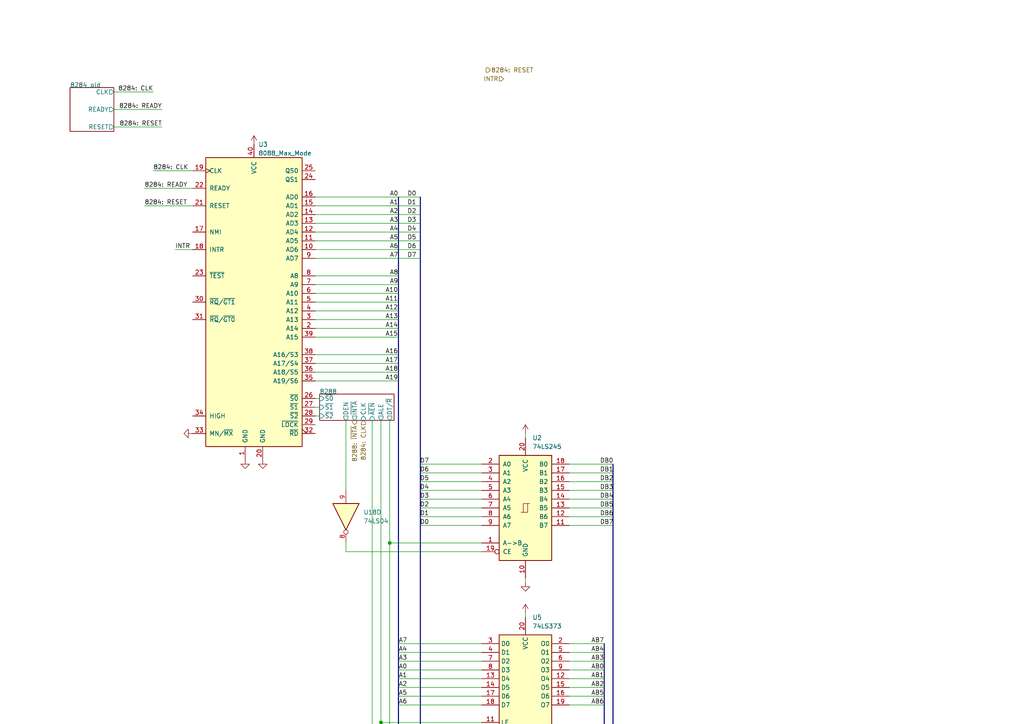
<source format=kicad_sch>
(kicad_sch (version 20211123) (generator eeschema)
  (paper "A4")
  (lib_symbols
    (symbol "74xx:74LS04"
      (property "Reference" "U" (at 0 1.27 0))
      (property "Value" "74LS04" (at 0 -1.27 0))
      (symbol "74LS04_1_0"
        (polyline (pts (xy -3.81 3.81) (xy -3.81 -3.81) (xy 3.81 0) (xy -3.81 3.81)) (stroke (width 0.254)) (fill (type background)))
        (pin input line (at -7.62 0 0) (length 3.81) (name "~") (number "1"))
        (pin output inverted (at 7.62 0 180) (length 3.81) (name "~") (number "2"))
      )
      (symbol "74LS04_2_0"
        (polyline (pts (xy -3.81 3.81) (xy -3.81 -3.81) (xy 3.81 0) (xy -3.81 3.81)) (stroke (width 0.254)) (fill (type background)))
        (pin input line (at -7.62 0 0) (length 3.81) (name "~") (number "3"))
        (pin output inverted (at 7.62 0 180) (length 3.81) (name "~") (number "4"))
      )
      (symbol "74LS04_3_0"
        (polyline (pts (xy -3.81 3.81) (xy -3.81 -3.81) (xy 3.81 0) (xy -3.81 3.81)) (stroke (width 0.254)) (fill (type background)))
        (pin input line (at -7.62 0 0) (length 3.81) (name "~") (number "5"))
        (pin output inverted (at 7.62 0 180) (length 3.81) (name "~") (number "6"))
      )
      (symbol "74LS04_4_0"
        (polyline (pts (xy -3.81 3.81) (xy -3.81 -3.81) (xy 3.81 0) (xy -3.81 3.81)) (stroke (width 0.254)) (fill (type background)))
        (pin output inverted (at 7.62 0 180) (length 3.81) (name "~") (number "8"))
        (pin input line (at -7.62 0 0) (length 3.81) (name "~") (number "9"))
      )
      (symbol "74LS04_5_0"
        (polyline (pts (xy -3.81 3.81) (xy -3.81 -3.81) (xy 3.81 0) (xy -3.81 3.81)) (stroke (width 0.254)) (fill (type background)))
        (pin output inverted (at 7.62 0 180) (length 3.81) (name "~") (number "10"))
        (pin input line (at -7.62 0 0) (length 3.81) (name "~") (number "11"))
      )
      (symbol "74LS04_6_0"
        (polyline (pts (xy -3.81 3.81) (xy -3.81 -3.81) (xy 3.81 0) (xy -3.81 3.81)) (stroke (width 0.254)) (fill (type background)))
        (pin output inverted (at 7.62 0 180) (length 3.81) (name "~") (number "12"))
        (pin input line (at -7.62 0 0) (length 3.81) (name "~") (number "13"))
      )
      (symbol "74LS04_7_0"
        (pin power_in line (at 0 12.7 270) (length 5.08) (name "VCC") (number "14"))
        (pin power_in line (at 0 -12.7 90) (length 5.08) (name "GND") (number "7"))
      )
      (symbol "74LS04_7_1"
        (rectangle (start -5.08 7.62) (end 5.08 -7.62) (stroke (width 0.254)) (fill (type background)))
      )
    )
    (symbol "74xx:74LS244" (pin_names (offset 1.016))
      (property "Reference" "U" (at -7.62 16.51 0))
      (property "Value" "74LS244" (at -7.62 -16.51 0))
      (symbol "74LS244_1_0"
        (polyline (pts (xy -0.635 -1.27) (xy -0.635 1.27) (xy 0.635 1.27)))
        (polyline (pts (xy -1.27 -1.27) (xy 0.635 -1.27) (xy 0.635 1.27) (xy 1.27 1.27)))
        (pin input inverted (at -12.7 -10.16 0) (length 5.08) (name "OEa") (number "1"))
        (pin power_in line (at 0 -20.32 90) (length 5.08) (name "GND") (number "10"))
        (pin input line (at -12.7 2.54 0) (length 5.08) (name "I0b") (number "11"))
        (pin tri_state line (at 12.7 5.08 180) (length 5.08) (name "O3a") (number "12"))
        (pin input line (at -12.7 0 0) (length 5.08) (name "I1b") (number "13"))
        (pin tri_state line (at 12.7 7.62 180) (length 5.08) (name "O2a") (number "14"))
        (pin input line (at -12.7 -2.54 0) (length 5.08) (name "I2b") (number "15"))
        (pin tri_state line (at 12.7 10.16 180) (length 5.08) (name "O1a") (number "16"))
        (pin input line (at -12.7 -5.08 0) (length 5.08) (name "I3b") (number "17"))
        (pin tri_state line (at 12.7 12.7 180) (length 5.08) (name "O0a") (number "18"))
        (pin input inverted (at -12.7 -12.7 0) (length 5.08) (name "OEb") (number "19"))
        (pin input line (at -12.7 12.7 0) (length 5.08) (name "I0a") (number "2"))
        (pin power_in line (at 0 20.32 270) (length 5.08) (name "VCC") (number "20"))
        (pin tri_state line (at 12.7 -5.08 180) (length 5.08) (name "O3b") (number "3"))
        (pin input line (at -12.7 10.16 0) (length 5.08) (name "I1a") (number "4"))
        (pin tri_state line (at 12.7 -2.54 180) (length 5.08) (name "O2b") (number "5"))
        (pin input line (at -12.7 7.62 0) (length 5.08) (name "I2a") (number "6"))
        (pin tri_state line (at 12.7 0 180) (length 5.08) (name "O1b") (number "7"))
        (pin input line (at -12.7 5.08 0) (length 5.08) (name "I3a") (number "8"))
        (pin tri_state line (at 12.7 2.54 180) (length 5.08) (name "O0b") (number "9"))
      )
      (symbol "74LS244_1_1"
        (rectangle (start -7.62 15.24) (end 7.62 -15.24) (stroke (width 0.254)) (fill (type background)))
      )
    )
    (symbol "74xx:74LS245" (pin_names (offset 1.016))
      (property "Reference" "U" (at -7.62 16.51 0))
      (property "Value" "74LS245" (at -7.62 -16.51 0))
      (symbol "74LS245_1_0"
        (polyline (pts (xy -0.635 -1.27) (xy -0.635 1.27) (xy 0.635 1.27)))
        (polyline (pts (xy -1.27 -1.27) (xy 0.635 -1.27) (xy 0.635 1.27) (xy 1.27 1.27)))
        (pin input line (at -12.7 -10.16 0) (length 5.08) (name "A->B") (number "1"))
        (pin power_in line (at 0 -20.32 90) (length 5.08) (name "GND") (number "10"))
        (pin tri_state line (at 12.7 -5.08 180) (length 5.08) (name "B7") (number "11"))
        (pin tri_state line (at 12.7 -2.54 180) (length 5.08) (name "B6") (number "12"))
        (pin tri_state line (at 12.7 0 180) (length 5.08) (name "B5") (number "13"))
        (pin tri_state line (at 12.7 2.54 180) (length 5.08) (name "B4") (number "14"))
        (pin tri_state line (at 12.7 5.08 180) (length 5.08) (name "B3") (number "15"))
        (pin tri_state line (at 12.7 7.62 180) (length 5.08) (name "B2") (number "16"))
        (pin tri_state line (at 12.7 10.16 180) (length 5.08) (name "B1") (number "17"))
        (pin tri_state line (at 12.7 12.7 180) (length 5.08) (name "B0") (number "18"))
        (pin input inverted (at -12.7 -12.7 0) (length 5.08) (name "CE") (number "19"))
        (pin tri_state line (at -12.7 12.7 0) (length 5.08) (name "A0") (number "2"))
        (pin power_in line (at 0 20.32 270) (length 5.08) (name "VCC") (number "20"))
        (pin tri_state line (at -12.7 10.16 0) (length 5.08) (name "A1") (number "3"))
        (pin tri_state line (at -12.7 7.62 0) (length 5.08) (name "A2") (number "4"))
        (pin tri_state line (at -12.7 5.08 0) (length 5.08) (name "A3") (number "5"))
        (pin tri_state line (at -12.7 2.54 0) (length 5.08) (name "A4") (number "6"))
        (pin tri_state line (at -12.7 0 0) (length 5.08) (name "A5") (number "7"))
        (pin tri_state line (at -12.7 -2.54 0) (length 5.08) (name "A6") (number "8"))
        (pin tri_state line (at -12.7 -5.08 0) (length 5.08) (name "A7") (number "9"))
      )
      (symbol "74LS245_1_1"
        (rectangle (start -7.62 15.24) (end 7.62 -15.24) (stroke (width 0.254)) (fill (type background)))
      )
    )
    (symbol "74xx:74LS373"
      (property "Reference" "U" (at -7.62 16.51 0))
      (property "Value" "74LS373" (at -7.62 -16.51 0))
      (symbol "74LS373_1_0"
        (pin input inverted (at -12.7 -12.7 0) (length 5.08) (name "OE") (number "1"))
        (pin power_in line (at 0 -20.32 90) (length 5.08) (name "GND") (number "10"))
        (pin input line (at -12.7 -10.16 0) (length 5.08) (name "LE") (number "11"))
        (pin tri_state line (at 12.7 2.54 180) (length 5.08) (name "O4") (number "12"))
        (pin input line (at -12.7 2.54 0) (length 5.08) (name "D4") (number "13"))
        (pin input line (at -12.7 0 0) (length 5.08) (name "D5") (number "14"))
        (pin tri_state line (at 12.7 0 180) (length 5.08) (name "O5") (number "15"))
        (pin tri_state line (at 12.7 -2.54 180) (length 5.08) (name "O6") (number "16"))
        (pin input line (at -12.7 -2.54 0) (length 5.08) (name "D6") (number "17"))
        (pin input line (at -12.7 -5.08 0) (length 5.08) (name "D7") (number "18"))
        (pin tri_state line (at 12.7 -5.08 180) (length 5.08) (name "O7") (number "19"))
        (pin tri_state line (at 12.7 12.7 180) (length 5.08) (name "O0") (number "2"))
        (pin power_in line (at 0 20.32 270) (length 5.08) (name "VCC") (number "20"))
        (pin input line (at -12.7 12.7 0) (length 5.08) (name "D0") (number "3"))
        (pin input line (at -12.7 10.16 0) (length 5.08) (name "D1") (number "4"))
        (pin tri_state line (at 12.7 10.16 180) (length 5.08) (name "O1") (number "5"))
        (pin tri_state line (at 12.7 7.62 180) (length 5.08) (name "O2") (number "6"))
        (pin input line (at -12.7 7.62 0) (length 5.08) (name "D2") (number "7"))
        (pin input line (at -12.7 5.08 0) (length 5.08) (name "D3") (number "8"))
        (pin tri_state line (at 12.7 5.08 180) (length 5.08) (name "O3") (number "9"))
      )
      (symbol "74LS373_1_1"
        (rectangle (start -7.62 15.24) (end 7.62 -15.24) (stroke (width 0.254)) (fill (type background)))
      )
    )
    (symbol "MCU_Intel:8088_Max_Mode" (pin_names (offset 1.016))
      (property "Reference" "U" (at -12.7 43.18 0))
      (property "Value" "8088_Max_Mode" (at 10.16 43.18 0))
      (symbol "8088_Max_Mode_0_1"
        (rectangle (start 13.97 -41.91) (end -13.97 41.91) (stroke (width 0.254)) (fill (type background)))
      )
      (symbol "8088_Max_Mode_1_1"
        (pin power_in line (at -2.54 -45.72 90) (length 3.81) (name "GND") (number "1"))
        (pin bidirectional line (at 17.78 15.24 180) (length 3.81) (name "AD6") (number "10"))
        (pin bidirectional line (at 17.78 17.78 180) (length 3.81) (name "AD5") (number "11"))
        (pin bidirectional line (at 17.78 20.32 180) (length 3.81) (name "AD4") (number "12"))
        (pin bidirectional line (at 17.78 22.86 180) (length 3.81) (name "AD3") (number "13"))
        (pin bidirectional line (at 17.78 25.4 180) (length 3.81) (name "AD2") (number "14"))
        (pin bidirectional line (at 17.78 27.94 180) (length 3.81) (name "AD1") (number "15"))
        (pin bidirectional line (at 17.78 30.48 180) (length 3.81) (name "AD0") (number "16"))
        (pin input line (at -17.78 20.32 0) (length 3.81) (name "NMI") (number "17"))
        (pin input line (at -17.78 15.24 0) (length 3.81) (name "INTR") (number "18"))
        (pin input clock (at -17.78 38.1 0) (length 3.81) (name "CLK") (number "19"))
        (pin output line (at 17.78 -7.62 180) (length 3.81) (name "A14") (number "2"))
        (pin power_in line (at 2.54 -45.72 90) (length 3.81) (name "GND") (number "20"))
        (pin input line (at -17.78 27.94 0) (length 3.81) (name "RESET") (number "21"))
        (pin input line (at -17.78 33.02 0) (length 3.81) (name "READY") (number "22"))
        (pin input line (at -17.78 7.62 0) (length 3.81) (name "~{TEST}") (number "23"))
        (pin output line (at 17.78 35.56 180) (length 3.81) (name "QS1") (number "24"))
        (pin output line (at 17.78 38.1 180) (length 3.81) (name "QS0") (number "25"))
        (pin output line (at 17.78 -27.94 180) (length 3.81) (name "~{S0}") (number "26"))
        (pin output line (at 17.78 -30.48 180) (length 3.81) (name "~{S1}") (number "27"))
        (pin output line (at 17.78 -33.02 180) (length 3.81) (name "~{S2}") (number "28"))
        (pin output line (at 17.78 -35.56 180) (length 3.81) (name "~{LOCK}") (number "29"))
        (pin output line (at 17.78 -5.08 180) (length 3.81) (name "A13") (number "3"))
        (pin bidirectional line (at -17.78 0 0) (length 3.81) (name "~{RQ}/~{GT1}") (number "30"))
        (pin bidirectional line (at -17.78 -5.08 0) (length 3.81) (name "~{RQ}/~{GT0}") (number "31"))
        (pin output output_low (at 17.78 -38.1 180) (length 3.81) (name "~{RD}") (number "32"))
        (pin input line (at -17.78 -38.1 0) (length 3.81) (name "MN/~{MX}") (number "33"))
        (pin output line (at -17.78 -33.02 0) (length 3.81) (name "HIGH") (number "34"))
        (pin output line (at 17.78 -22.86 180) (length 3.81) (name "A19/S6") (number "35"))
        (pin output line (at 17.78 -20.32 180) (length 3.81) (name "A18/S5") (number "36"))
        (pin output line (at 17.78 -17.78 180) (length 3.81) (name "A17/S4") (number "37"))
        (pin output line (at 17.78 -15.24 180) (length 3.81) (name "A16/S3") (number "38"))
        (pin output line (at 17.78 -10.16 180) (length 3.81) (name "A15") (number "39"))
        (pin output line (at 17.78 -2.54 180) (length 3.81) (name "A12") (number "4"))
        (pin power_in line (at 0 45.72 270) (length 3.81) (name "VCC") (number "40"))
        (pin output line (at 17.78 0 180) (length 3.81) (name "A11") (number "5"))
        (pin output line (at 17.78 2.54 180) (length 3.81) (name "A10") (number "6"))
        (pin output line (at 17.78 5.08 180) (length 3.81) (name "A9") (number "7"))
        (pin output line (at 17.78 7.62 180) (length 3.81) (name "A8") (number "8"))
        (pin bidirectional line (at 17.78 12.7 180) (length 3.81) (name "AD7") (number "9"))
      )
    )
    (symbol "power:GND" (power) (pin_names (offset 0))
      (property "Value" "GND" (at 0 -3.81 0))
      (symbol "GND_0_1"
        (polyline (pts (xy 0 0) (xy 0 -1.27) (xy 1.27 -1.27) (xy 0 -2.54) (xy -1.27 -1.27) (xy 0 -1.27)))
      )
      (symbol "GND_1_1"
        (pin power_in line (at 0 0 270) (length 0) hide (name "GND") (number "1"))
      )
    )
    (symbol "power:VCC" (power) (pin_names (offset 0))
      (property "Value" "VCC" (at 0 3.81 0))
      (symbol "VCC_0_1"
        (polyline (pts (xy -0.762 1.27) (xy 0 2.54)))
        (polyline (pts (xy 0 0) (xy 0 2.54)))
        (polyline (pts (xy 0 2.54) (xy 0.762 1.27)))
      )
      (symbol "VCC_1_1"
        (pin power_in line (at 0 0 90) (length 0) hide (name "VCC") (number "1"))
      )
    )
  )
  (junction (at 110.49 209.55))
  (junction (at 107.95 212.09))
  (junction (at 113.03 157.48))
  (junction (at 110.49 261.62))
  (junction (at 107.95 264.16))
  (junction (at 107.95 313.69))
  (wire (pts (xy 113.03 121.92) (xy 113.03 157.48)))
  (wire (pts (xy 152.4 177.8) (xy 152.4 179.07)))
  (wire (pts (xy 165.1 251.46) (xy 175.26 251.46)))
  (wire (pts (xy 115.57 194.31) (xy 139.7 194.31)))
  (wire (pts (xy 121.92 149.86) (xy 139.7 149.86)))
  (wire (pts (xy 91.44 107.95) (xy 115.57 107.95)))
  (wire (pts (xy 91.44 74.93) (xy 121.92 74.93)))
  (wire (pts (xy 152.4 323.85) (xy 152.4 325.12)))
  (wire (pts (xy 91.44 105.41) (xy 115.57 105.41)))
  (wire (pts (xy 165.1 147.32) (xy 177.8 147.32)))
  (wire (pts (xy 91.44 69.85) (xy 121.92 69.85)))
  (wire (pts (xy 115.57 295.91) (xy 139.7 295.91)))
  (wire (pts (xy 165.1 139.7) (xy 177.8 139.7)))
  (wire (pts (xy 165.1 189.23) (xy 175.26 189.23)))
  (wire (pts (xy 110.49 209.55) (xy 110.49 261.62)))
  (wire (pts (xy 121.92 137.16) (xy 139.7 137.16)))
  (wire (pts (xy 165.1 201.93) (xy 175.26 201.93)))
  (wire (pts (xy 165.1 295.91) (xy 175.26 295.91)))
  (wire (pts (xy 107.95 313.69) (xy 139.7 313.69)))
  (wire (pts (xy 165.1 144.78) (xy 177.8 144.78)))
  (wire (pts (xy 41.91 59.69) (xy 55.88 59.69)))
  (wire (pts (xy 113.03 157.48) (xy 139.7 157.48)))
  (wire (pts (xy 165.1 243.84) (xy 175.26 243.84)))
  (wire (pts (xy 44.45 49.53) (xy 55.88 49.53)))
  (wire (pts (xy 115.57 248.92) (xy 139.7 248.92)))
  (wire (pts (xy 115.57 243.84) (xy 139.7 243.84)))
  (wire (pts (xy 165.1 290.83) (xy 175.26 290.83)))
  (wire (pts (xy 165.1 248.92) (xy 175.26 248.92)))
  (wire (pts (xy 107.95 264.16) (xy 139.7 264.16)))
  (wire (pts (xy 152.4 271.78) (xy 152.4 273.05)))
  (wire (pts (xy 115.57 254) (xy 139.7 254)))
  (wire (pts (xy 121.92 144.78) (xy 139.7 144.78)))
  (wire (pts (xy 91.44 67.31) (xy 121.92 67.31)))
  (wire (pts (xy 91.44 97.79) (xy 115.57 97.79)))
  (wire (pts (xy 91.44 57.15) (xy 121.92 57.15)))
  (wire (pts (xy 152.4 167.64) (xy 152.4 168.91)))
  (wire (pts (xy 165.1 196.85) (xy 175.26 196.85)))
  (wire (pts (xy 165.1 254) (xy 175.26 254)))
  (wire (pts (xy 115.57 251.46) (xy 139.7 251.46)))
  (wire (pts (xy 165.1 152.4) (xy 177.8 152.4)))
  (wire (pts (xy 110.49 261.62) (xy 110.49 327.66)))
  (wire (pts (xy 100.33 157.48) (xy 100.33 160.02)))
  (wire (pts (xy 107.95 212.09) (xy 107.95 264.16)))
  (wire (pts (xy 91.44 120.65) (xy 92.71 120.65)))
  (wire (pts (xy 165.1 298.45) (xy 175.26 298.45)))
  (bus (pts (xy 121.92 57.15) (xy 121.92 327.66)))
  (wire (pts (xy 165.1 199.39) (xy 175.26 199.39)))
  (wire (pts (xy 115.57 199.39) (xy 139.7 199.39)))
  (wire (pts (xy 100.33 160.02) (xy 139.7 160.02)))
  (wire (pts (xy 91.44 80.01) (xy 115.57 80.01)))
  (wire (pts (xy 115.57 238.76) (xy 139.7 238.76)))
  (wire (pts (xy 91.44 82.55) (xy 115.57 82.55)))
  (wire (pts (xy 115.57 196.85) (xy 139.7 196.85)))
  (wire (pts (xy 50.8 72.39) (xy 55.88 72.39)))
  (wire (pts (xy 115.57 293.37) (xy 139.7 293.37)))
  (wire (pts (xy 91.44 64.77) (xy 121.92 64.77)))
  (wire (pts (xy 115.57 256.54) (xy 139.7 256.54)))
  (wire (pts (xy 115.57 246.38) (xy 139.7 246.38)))
  (wire (pts (xy 115.57 186.69) (xy 139.7 186.69)))
  (wire (pts (xy 115.57 290.83) (xy 139.7 290.83)))
  (wire (pts (xy 107.95 313.69) (xy 107.95 327.66)))
  (wire (pts (xy 115.57 201.93) (xy 139.7 201.93)))
  (wire (pts (xy 165.1 191.77) (xy 175.26 191.77)))
  (wire (pts (xy 121.92 142.24) (xy 139.7 142.24)))
  (wire (pts (xy 110.49 209.55) (xy 139.7 209.55)))
  (wire (pts (xy 113.03 157.48) (xy 113.03 327.66)))
  (wire (pts (xy 115.57 241.3) (xy 139.7 241.3)))
  (wire (pts (xy 115.57 298.45) (xy 139.7 298.45)))
  (wire (pts (xy 91.44 92.71) (xy 115.57 92.71)))
  (bus (pts (xy 115.57 57.15) (xy 115.57 327.66)))
  (wire (pts (xy 165.1 142.24) (xy 177.8 142.24)))
  (wire (pts (xy 165.1 204.47) (xy 175.26 204.47)))
  (bus (pts (xy 177.8 134.62) (xy 177.8 327.66)))
  (wire (pts (xy 165.1 186.69) (xy 175.26 186.69)))
  (wire (pts (xy 91.44 85.09) (xy 115.57 85.09)))
  (wire (pts (xy 41.91 54.61) (xy 55.88 54.61)))
  (wire (pts (xy 165.1 149.86) (xy 177.8 149.86)))
  (bus (pts (xy 175.26 186.69) (xy 175.26 327.66)))
  (wire (pts (xy 165.1 241.3) (xy 175.26 241.3)))
  (wire (pts (xy 91.44 115.57) (xy 92.71 115.57)))
  (wire (pts (xy 33.02 26.67) (xy 44.45 26.67)))
  (wire (pts (xy 121.92 147.32) (xy 139.7 147.32)))
  (wire (pts (xy 33.02 36.83) (xy 46.99 36.83)))
  (wire (pts (xy 165.1 246.38) (xy 175.26 246.38)))
  (wire (pts (xy 165.1 137.16) (xy 177.8 137.16)))
  (wire (pts (xy 91.44 59.69) (xy 121.92 59.69)))
  (wire (pts (xy 121.92 139.7) (xy 139.7 139.7)))
  (wire (pts (xy 107.95 121.92) (xy 107.95 212.09)))
  (wire (pts (xy 152.4 281.94) (xy 152.4 283.21)))
  (wire (pts (xy 115.57 204.47) (xy 139.7 204.47)))
  (wire (pts (xy 165.1 293.37) (xy 175.26 293.37)))
  (wire (pts (xy 165.1 134.62) (xy 177.8 134.62)))
  (wire (pts (xy 121.92 152.4) (xy 139.7 152.4)))
  (wire (pts (xy 91.44 87.63) (xy 115.57 87.63)))
  (wire (pts (xy 91.44 95.25) (xy 115.57 95.25)))
  (wire (pts (xy 138.43 316.23) (xy 139.7 316.23)))
  (wire (pts (xy 110.49 121.92) (xy 110.49 209.55)))
  (wire (pts (xy 121.92 134.62) (xy 139.7 134.62)))
  (wire (pts (xy 165.1 256.54) (xy 175.26 256.54)))
  (wire (pts (xy 91.44 118.11) (xy 92.71 118.11)))
  (wire (pts (xy 165.1 194.31) (xy 175.26 194.31)))
  (wire (pts (xy 91.44 110.49) (xy 115.57 110.49)))
  (wire (pts (xy 107.95 264.16) (xy 107.95 313.69)))
  (wire (pts (xy 91.44 72.39) (xy 121.92 72.39)))
  (wire (pts (xy 152.4 125.73) (xy 152.4 127)))
  (wire (pts (xy 152.4 229.87) (xy 152.4 231.14)))
  (wire (pts (xy 91.44 102.87) (xy 115.57 102.87)))
  (wire (pts (xy 33.02 31.75) (xy 46.99 31.75)))
  (wire (pts (xy 152.4 219.71) (xy 152.4 220.98)))
  (wire (pts (xy 165.1 238.76) (xy 175.26 238.76)))
  (wire (pts (xy 91.44 90.17) (xy 115.57 90.17)))
  (wire (pts (xy 115.57 189.23) (xy 139.7 189.23)))
  (wire (pts (xy 110.49 261.62) (xy 139.7 261.62)))
  (wire (pts (xy 107.95 212.09) (xy 139.7 212.09)))
  (wire (pts (xy 115.57 191.77) (xy 139.7 191.77)))
  (wire (pts (xy 100.33 121.92) (xy 100.33 142.24)))
  (wire (pts (xy 91.44 62.23) (xy 121.92 62.23)))
  (label "A11" (at 119.38 298.45 180))
  (label "AB11" (at 170.18 298.45 0))
  (label "AB19" (at 170.18 256.54 0))
  (label "A5" (at 113.03 69.85 0))
  (label "AB15" (at 170.18 243.84 0))
  (label "D4" (at 118.11 67.31 0))
  (label "A16" (at 111.76 102.87 0))
  (label "D5" (at 118.11 69.85 0))
  (label "A7" (at 118.11 186.69 180))
  (label "DB4" (at 173.99 144.78 0))
  (label "AB13" (at 170.18 246.38 0))
  (label "A3" (at 113.03 64.77 0))
  (label "A8" (at 113.03 80.01 0))
  (label "A16" (at 119.38 254 180))
  (label "8284: READY" (at 41.91 54.61 0))
  (label "AB10" (at 170.18 295.91 0))
  (label "A2" (at 113.03 62.23 0))
  (label "AB2" (at 171.45 199.39 0))
  (label "A15" (at 111.76 97.79 0))
  (label "A15" (at 119.38 243.84 180))
  (label "A19" (at 111.76 110.49 0))
  (label "DB0" (at 173.99 134.62 0))
  (label "D6" (at 118.11 72.39 0))
  (label "DB6" (at 173.99 149.86 0))
  (label "A12" (at 119.38 248.92 180))
  (label "AB8" (at 171.45 290.83 0))
  (label "D0" (at 124.46 152.4 180))
  (label "DB2" (at 173.99 139.7 0))
  (label "D1" (at 118.11 59.69 0))
  (label "8284: READY" (at 46.99 31.75 180))
  (label "AB0" (at 171.45 194.31 0))
  (label "A19" (at 119.38 256.54 180))
  (label "A9" (at 118.11 293.37 180))
  (label "A13" (at 119.38 246.38 180))
  (label "A7" (at 113.03 74.93 0))
  (label "D2" (at 124.46 147.32 180))
  (label "A5" (at 118.11 201.93 180))
  (label "D4" (at 124.46 142.24 180))
  (label "AB16" (at 170.18 254 0))
  (label "A6" (at 113.03 72.39 0))
  (label "D7" (at 124.46 134.62 180))
  (label "A17" (at 111.76 105.41 0))
  (label "DT{slash}~{R}" (at 113.03 327.66 90))
  (label "AB7" (at 171.45 186.69 0))
  (label "AB4" (at 171.45 189.23 0))
  (label "8284: CLK" (at 44.45 49.53 0))
  (label "D[0..7]" (at 121.92 327.66 90))
  (label "A2" (at 118.11 199.39 180))
  (label "A4" (at 113.03 67.31 0))
  (label "8284: CLK" (at 44.45 26.67 180))
  (label "A11" (at 111.76 87.63 0))
  (label "A1" (at 118.11 196.85 180))
  (label "A18" (at 111.76 107.95 0))
  (label "A9" (at 113.03 82.55 0))
  (label "A8" (at 118.11 290.83 180))
  (label "A10" (at 111.76 85.09 0))
  (label "DB3" (at 173.99 142.24 0))
  (label "A6" (at 118.11 204.47 180))
  (label "A12" (at 111.76 90.17 0))
  (label "D1" (at 124.46 149.86 180))
  (label "8284: RESET" (at 41.91 59.69 0))
  (label "D3" (at 124.46 144.78 180))
  (label "8284: RESET" (at 46.99 36.83 180))
  (label "A13" (at 111.76 92.71 0))
  (label "A4" (at 118.11 189.23 180))
  (label "A14" (at 119.38 251.46 180))
  (label "AB12" (at 170.18 248.92 0))
  (label "D5" (at 124.46 139.7 180))
  (label "AB3" (at 171.45 191.77 0))
  (label "INTR" (at 50.8 72.39 0))
  (label "AB9" (at 171.45 293.37 0))
  (label "A10" (at 119.38 295.91 180))
  (label "ALE" (at 110.49 327.66 90))
  (label "AB14" (at 170.18 251.46 0))
  (label "AB6" (at 171.45 204.47 0))
  (label "A18" (at 119.38 238.76 180))
  (label "AB18" (at 170.18 238.76 0))
  (label "AB5" (at 171.45 201.93 0))
  (label "A[0..19]" (at 115.57 327.66 90))
  (label "A3" (at 118.11 191.77 180))
  (label "DB5" (at 173.99 147.32 0))
  (label "AB1" (at 171.45 196.85 0))
  (label "DB1" (at 173.99 137.16 0))
  (label "D2" (at 118.11 62.23 0))
  (label "A0" (at 113.03 57.15 0))
  (label "D7" (at 118.11 74.93 0))
  (label "DB7" (at 173.99 152.4 0))
  (label "AB17" (at 170.18 241.3 0))
  (label "A14" (at 111.76 95.25 0))
  (label "D0" (at 118.11 57.15 0))
  (label "A17" (at 119.38 241.3 180))
  (label "D6" (at 124.46 137.16 180))
  (label "A0" (at 118.11 194.31 180))
  (label "D3" (at 118.11 64.77 0))
  (label "A1" (at 113.03 59.69 0))
  (hierarchical_label "8284: RESET" (shape output) (at 140.97 20.32 0))
  (hierarchical_label "AB[0..19]" (shape output) (at 175.26 327.66 270))
  (hierarchical_label "8284: CLK" (shape input) (at 105.41 121.92 270))
  (hierarchical_label "INTR" (shape input) (at 146.05 22.86 180))
  (hierarchical_label "~{AEN}" (shape input) (at 107.95 327.66 270))
  (hierarchical_label "8288: ~{INTA}" (shape output) (at 102.87 121.92 270))
  (hierarchical_label "74LS244: OEb" (shape input) (at 138.43 316.23 180))
  (hierarchical_label "DB[0..7]" (shape bidirectional) (at 177.8 327.66 270))
  (symbol (lib_id "power:GND") (at 152.4 273.05 0) (unit 1)
    (property "Reference" "#PWR0113" (effects hide))
    (property "Value" "GND" (effects hide))
  )
  (symbol (lib_id "power:GND") (at 76.2 133.35 0) (unit 1)
    (property "Reference" "#PWR0116" (effects hide))
    (property "Value" "GND" (effects hide))
  )
  (symbol (lib_id "74xx:74LS04") (at 100.33 149.86 270) (unit 4)
    (property "Reference" "U18" (at 105.41 148.5899 90) (effects (justify left)))
    (property "Value" "74LS04" (at 105.41 151.1299 90) (effects (justify left)))
    (property "Datasheet" "http://www.ti.com/lit/gpn/sn74LS04" (effects hide))
  )
  (symbol (lib_id "power:GND") (at 152.4 168.91 0) (unit 1)
    (property "Reference" "#PWR0122" (effects hide))
    (property "Value" "GND" (effects hide))
  )
  (symbol (lib_id "power:VCC") (at 152.4 177.8 0) (unit 1)
    (property "Reference" "#PWR0121" (effects hide))
    (property "Value" "VCC" (effects hide))
  )
  (symbol (lib_id "power:GND") (at 71.12 133.35 0) (unit 1)
    (property "Reference" "#PWR0118" (effects hide))
    (property "Value" "GND" (effects hide))
  )
  (symbol (lib_id "74xx:74LS373") (at 152.4 199.39 0) (unit 1)
    (property "Reference" "U5" (at 154.4194 179.07 0) (effects (justify left)))
    (property "Value" "74LS373" (at 154.4194 181.61 0) (effects (justify left)))
    (property "Datasheet" "http://www.ti.com/lit/gpn/sn74LS373" (effects hide))
  )
  (symbol (lib_id "power:VCC") (at 152.4 229.87 0) (unit 1)
    (property "Reference" "#PWR0114" (effects hide))
    (property "Value" "VCC" (effects hide))
  )
  (symbol (lib_id "power:VCC") (at 152.4 281.94 0) (unit 1)
    (property "Reference" "#PWR0102" (effects hide))
    (property "Value" "VCC" (effects hide))
  )
  (symbol (lib_id "74xx:74LS245") (at 152.4 147.32 0) (unit 1)
    (property "Reference" "U2" (at 154.4194 127 0) (effects (justify left)))
    (property "Value" "74LS245" (at 154.4194 129.54 0) (effects (justify left)))
    (property "Datasheet" "http://www.ti.com/lit/gpn/sn74LS245" (effects hide))
  )
  (symbol (lib_id "74xx:74LS373") (at 152.4 251.46 0) (unit 1)
    (property "Reference" "U7" (at 154.4194 231.14 0) (effects (justify left)))
    (property "Value" "74LS373" (at 154.4194 233.68 0) (effects (justify left)))
    (property "Datasheet" "http://www.ti.com/lit/gpn/sn74LS373" (effects hide))
  )
  (symbol (lib_id "power:GND") (at 55.88 125.73 270) (unit 1)
    (property "Reference" "#PWR0117" (effects hide))
    (property "Value" "GND" (effects hide))
  )
  (symbol (lib_id "power:GND") (at 152.4 325.12 0) (unit 1)
    (property "Reference" "#PWR0101" (effects hide))
    (property "Value" "GND" (effects hide))
  )
  (symbol (lib_id "power:GND") (at 152.4 220.98 0) (unit 1)
    (property "Reference" "#PWR0120" (effects hide))
    (property "Value" "GND" (effects hide))
  )
  (symbol (lib_id "MCU_Intel:8088_Max_Mode") (at 73.66 87.63 0) (unit 1)
    (property "Reference" "U3" (at 74.93 41.91 0) (effects (justify left)))
    (property "Value" "8088_Max_Mode" (at 74.93 44.45 0) (effects (justify left)))
    (property "Footprint" "Package_DIP:DIP-40_W15.24mm" (effects hide))
    (property "Datasheet" "http://datasheets.chipdb.org/Intel/x86/808x/datashts/8088/231456-006.pdf" (effects hide))
  )
  (symbol (lib_id "74xx:74LS244") (at 152.4 303.53 0) (unit 1)
    (property "Reference" "U6" (at 154.4194 283.21 0) (effects (justify left)))
    (property "Value" "74LS244" (at 154.4194 285.75 0) (effects (justify left)))
    (property "Datasheet" "http://www.ti.com/lit/ds/symlink/sn74ls244.pdf" (effects hide))
  )
  (symbol (lib_id "power:VCC") (at 73.66 41.91 0) (unit 1)
    (property "Reference" "#PWR0119" (effects hide))
    (property "Value" "VCC" (effects hide))
  )
  (symbol (lib_id "power:VCC") (at 152.4 125.73 0) (unit 1)
    (property "Reference" "#PWR0123" (effects hide))
    (property "Value" "VCC" (effects hide))
  )
  (sheet (at 92.71 114.3) (size 21.59 7.62) (stroke (width 0.1524))
    (property "Sheet name" "8288" (at 92.71 114.3 0) (effects (justify left bottom)))
    (property "Sheet file" "8288.kicad_sch" (effects hide))
    (pin "~{S0}" input (at 92.71 115.57 180))
    (pin "~{S2}" input (at 92.71 120.65 180))
    (pin "~{S1}" input (at 92.71 118.11 180))
    (pin "ALE" output (at 110.49 121.92 270))
    (pin "DT{slash}~{R}" output (at 113.03 121.92 270))
    (pin "~{AEN}" input (at 107.95 121.92 270))
    (pin "~{INTA}" output (at 102.87 121.92 270))
    (pin "CLK" input (at 105.41 121.92 270))
    (pin "DEN" output (at 100.33 121.92 270))
  )
  (sheet (at 20.32 25.4) (size 12.7 12.7) (stroke (width 0.1524))
    (property "Sheet name" "8284_old" (at 20.32 25.4 0) (effects (justify left bottom)))
    (property "Sheet file" "8284.kicad_sch" (effects hide))
    (pin "CLK" output (at 33.02 26.67 0))
    (pin "READY" output (at 33.02 31.75 0))
    (pin "RESET" output (at 33.02 36.83 0))
  )
)
</source>
